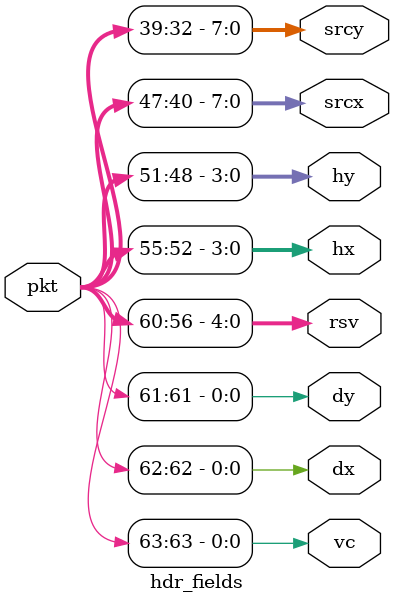
<source format=v>
module hdr_fields (
  input  wire [63:0] pkt,
  output wire        vc,
  output wire        dx,
  output wire        dy,
  output wire [4:0]  rsv,
  output wire [3:0]  hx,
  output wire [3:0]  hy,
  output wire [7:0]  srcx,
  output wire [7:0]  srcy
);
  // Bit map (63..32): VC[63], Dx[62], Dy[61], Rsv[60:56], Hx[55:52], Hy[51:48], SrcX[47:40], SrcY[39:32]
  assign vc   = pkt[63];
  assign dx   = pkt[62];
  assign dy   = pkt[61];
  assign rsv  = pkt[60:56];
  assign hx   = pkt[55:52];
  assign hy   = pkt[51:48];
  assign srcx = pkt[47:40];
  assign srcy = pkt[39:32];
endmodule

</source>
